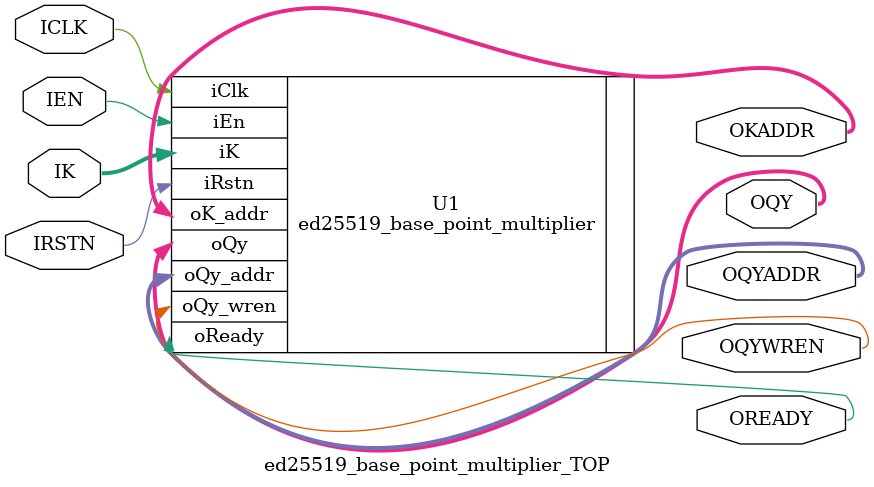
<source format=v>
module ed25519_base_point_multiplier_TOP (
	input			ICLK,
	input			IRSTN,
	
	input			IEN,
	output			OREADY,
	
	output	[2:0]	OKADDR,
	output	[2:0]	OQYADDR,
	output			OQYWREN,
	input	[31:0]	IK,
	output	[31:0]	OQY
);

 ed25519_base_point_multiplier U1 (
	.iClk		(ICLK),
	.iRstn		(IRSTN),
	
	.iEn		(IEN),
	.oReady		(OREADY),
	
	.oK_addr	(OKADDR),
	.oQy_addr	(OQYADDR),
	.oQy_wren	(OQYWREN),
	.iK			(IK),
	.oQy		(OQY)
 );

endmodule

</source>
